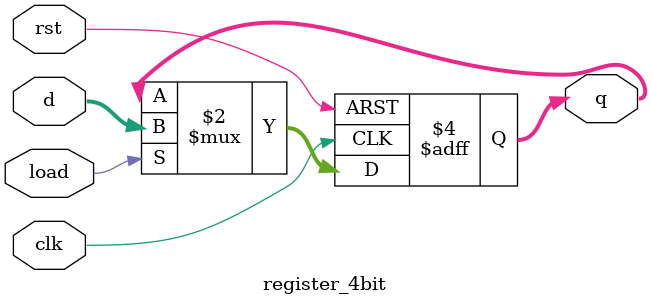
<source format=v>
module register_4bit (
    input  wire       clk,
    input  wire       rst,
    input  wire       load,
    input  wire [3:0] d,
    output reg  [3:0] q
);
    always @(posedge clk or posedge rst) begin
        if (rst) begin
            q <= 4'b0000;
        end else if (load) begin
            q <= d;
        end
    end
endmodule

</source>
